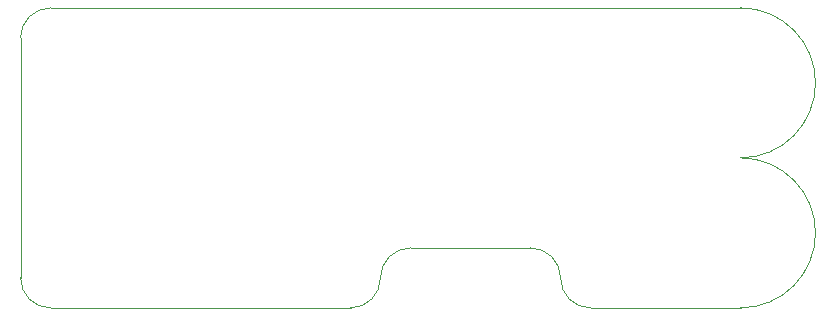
<source format=gm1>
G04 #@! TF.FileFunction,Profile,NP*
%FSLAX46Y46*%
G04 Gerber Fmt 4.6, Leading zero omitted, Abs format (unit mm)*
G04 Created by KiCad (PCBNEW (2015-08-15 BZR 6092)-product) date 9/14/2015 8:23:45 PM*
%MOMM*%
G01*
G04 APERTURE LIST*
%ADD10C,0.100000*%
G04 APERTURE END LIST*
D10*
X104140000Y-73660000D02*
X162560000Y-73660000D01*
X101600000Y-76200000D02*
X101600000Y-96520000D01*
X104140000Y-73660000D02*
G75*
G03X101600000Y-76200000I0J-2540000D01*
G01*
X101600000Y-96520000D02*
G75*
G03X104140000Y-99060000I2540000J0D01*
G01*
X129540000Y-99060000D02*
X104140000Y-99060000D01*
X162560000Y-99060000D02*
X149860000Y-99060000D01*
X134620000Y-93980000D02*
X144780000Y-93980000D01*
X147320000Y-96520000D02*
G75*
G03X144780000Y-93980000I-2540000J0D01*
G01*
X147320000Y-96520000D02*
G75*
G03X149860000Y-99060000I2540000J0D01*
G01*
X134620000Y-93980000D02*
G75*
G03X132080000Y-96520000I0J-2540000D01*
G01*
X129540000Y-99060000D02*
G75*
G03X132080000Y-96520000I0J2540000D01*
G01*
X162560000Y-99060000D02*
G75*
G03X168910000Y-92710000I0J6350000D01*
G01*
X168910000Y-92710000D02*
G75*
G03X162560000Y-86360000I-6350000J0D01*
G01*
X162560000Y-86360000D02*
G75*
G03X168910000Y-80010000I0J6350000D01*
G01*
X168910000Y-80010000D02*
G75*
G03X162560000Y-73660000I-6350000J0D01*
G01*
M02*

</source>
